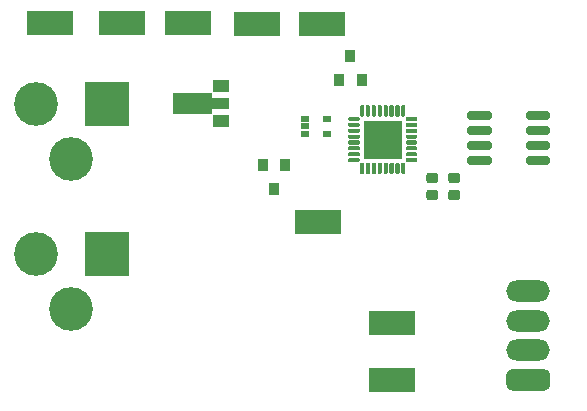
<source format=gbr>
%TF.GenerationSoftware,KiCad,Pcbnew,(5.1.6)-1*%
%TF.CreationDate,2020-10-06T09:22:04-05:00*%
%TF.ProjectId,desk_lamp,6465736b-5f6c-4616-9d70-2e6b69636164,rev?*%
%TF.SameCoordinates,Original*%
%TF.FileFunction,Soldermask,Top*%
%TF.FilePolarity,Negative*%
%FSLAX46Y46*%
G04 Gerber Fmt 4.6, Leading zero omitted, Abs format (unit mm)*
G04 Created by KiCad (PCBNEW (5.1.6)-1) date 2020-10-06 09:22:04*
%MOMM*%
%LPD*%
G01*
G04 APERTURE LIST*
%ADD10C,3.701600*%
%ADD11R,3.701600X3.701600*%
%ADD12O,3.701600X1.801600*%
%ADD13R,0.901600X1.001600*%
%ADD14R,3.901600X2.131600*%
%ADD15R,3.201600X3.201600*%
%ADD16R,0.751600X0.501600*%
%ADD17C,0.100000*%
%ADD18R,1.401600X1.001600*%
G04 APERTURE END LIST*
D10*
%TO.C,J2*%
X60754000Y-47626000D03*
X57754000Y-42926000D03*
D11*
X63754000Y-42926000D03*
%TD*%
D10*
%TO.C,J1*%
X60754000Y-34926000D03*
X57754000Y-30226000D03*
D11*
X63754000Y-30226000D03*
%TD*%
D12*
%TO.C,J3*%
X99448000Y-46126000D03*
X99448000Y-48626000D03*
X99448000Y-51126000D03*
G36*
G01*
X100848400Y-54526800D02*
X98047600Y-54526800D01*
G75*
G02*
X97597200Y-54076400I0J450400D01*
G01*
X97597200Y-53175600D01*
G75*
G02*
X98047600Y-52725200I450400J0D01*
G01*
X100848400Y-52725200D01*
G75*
G02*
X101298800Y-53175600I0J-450400D01*
G01*
X101298800Y-54076400D01*
G75*
G02*
X100848400Y-54526800I-450400J0D01*
G01*
G37*
%TD*%
%TO.C,U3*%
G36*
G01*
X91037600Y-37522200D02*
X91588400Y-37522200D01*
G75*
G02*
X91813800Y-37747600I0J-225400D01*
G01*
X91813800Y-38198400D01*
G75*
G02*
X91588400Y-38423800I-225400J0D01*
G01*
X91037600Y-38423800D01*
G75*
G02*
X90812200Y-38198400I0J225400D01*
G01*
X90812200Y-37747600D01*
G75*
G02*
X91037600Y-37522200I225400J0D01*
G01*
G37*
G36*
G01*
X91037600Y-36072200D02*
X91588400Y-36072200D01*
G75*
G02*
X91813800Y-36297600I0J-225400D01*
G01*
X91813800Y-36748400D01*
G75*
G02*
X91588400Y-36973800I-225400J0D01*
G01*
X91037600Y-36973800D01*
G75*
G02*
X90812200Y-36748400I0J225400D01*
G01*
X90812200Y-36297600D01*
G75*
G02*
X91037600Y-36072200I225400J0D01*
G01*
G37*
G36*
G01*
X92887600Y-37522200D02*
X93438400Y-37522200D01*
G75*
G02*
X93663800Y-37747600I0J-225400D01*
G01*
X93663800Y-38198400D01*
G75*
G02*
X93438400Y-38423800I-225400J0D01*
G01*
X92887600Y-38423800D01*
G75*
G02*
X92662200Y-38198400I0J225400D01*
G01*
X92662200Y-37747600D01*
G75*
G02*
X92887600Y-37522200I225400J0D01*
G01*
G37*
G36*
G01*
X92887600Y-36072200D02*
X93438400Y-36072200D01*
G75*
G02*
X93663800Y-36297600I0J-225400D01*
G01*
X93663800Y-36748400D01*
G75*
G02*
X93438400Y-36973800I-225400J0D01*
G01*
X92887600Y-36973800D01*
G75*
G02*
X92662200Y-36748400I0J225400D01*
G01*
X92662200Y-36297600D01*
G75*
G02*
X92887600Y-36072200I225400J0D01*
G01*
G37*
%TD*%
D13*
%TO.C,Q1*%
X77917000Y-37433000D03*
X76967000Y-35433000D03*
X78867000Y-35433000D03*
%TD*%
D14*
%TO.C,TP8*%
X81940400Y-23520400D03*
%TD*%
%TO.C,TP7*%
X76454000Y-23495000D03*
%TD*%
%TO.C,TP6*%
X70637400Y-23393400D03*
%TD*%
%TO.C,TP5*%
X81661000Y-40259000D03*
%TD*%
%TO.C,TP4*%
X87884000Y-48768000D03*
%TD*%
%TO.C,TP3*%
X87909400Y-53619400D03*
%TD*%
%TO.C,TP2*%
X58928000Y-23368000D03*
%TD*%
%TO.C,TP1*%
X65024000Y-23368000D03*
%TD*%
%TO.C,U5*%
G36*
G01*
X99239200Y-31417400D02*
X99239200Y-31066600D01*
G75*
G02*
X99414600Y-30891200I175400J0D01*
G01*
X101115400Y-30891200D01*
G75*
G02*
X101290800Y-31066600I0J-175400D01*
G01*
X101290800Y-31417400D01*
G75*
G02*
X101115400Y-31592800I-175400J0D01*
G01*
X99414600Y-31592800D01*
G75*
G02*
X99239200Y-31417400I0J175400D01*
G01*
G37*
G36*
G01*
X99239200Y-32687400D02*
X99239200Y-32336600D01*
G75*
G02*
X99414600Y-32161200I175400J0D01*
G01*
X101115400Y-32161200D01*
G75*
G02*
X101290800Y-32336600I0J-175400D01*
G01*
X101290800Y-32687400D01*
G75*
G02*
X101115400Y-32862800I-175400J0D01*
G01*
X99414600Y-32862800D01*
G75*
G02*
X99239200Y-32687400I0J175400D01*
G01*
G37*
G36*
G01*
X99239200Y-33957400D02*
X99239200Y-33606600D01*
G75*
G02*
X99414600Y-33431200I175400J0D01*
G01*
X101115400Y-33431200D01*
G75*
G02*
X101290800Y-33606600I0J-175400D01*
G01*
X101290800Y-33957400D01*
G75*
G02*
X101115400Y-34132800I-175400J0D01*
G01*
X99414600Y-34132800D01*
G75*
G02*
X99239200Y-33957400I0J175400D01*
G01*
G37*
G36*
G01*
X99239200Y-35227400D02*
X99239200Y-34876600D01*
G75*
G02*
X99414600Y-34701200I175400J0D01*
G01*
X101115400Y-34701200D01*
G75*
G02*
X101290800Y-34876600I0J-175400D01*
G01*
X101290800Y-35227400D01*
G75*
G02*
X101115400Y-35402800I-175400J0D01*
G01*
X99414600Y-35402800D01*
G75*
G02*
X99239200Y-35227400I0J175400D01*
G01*
G37*
G36*
G01*
X94289200Y-35227400D02*
X94289200Y-34876600D01*
G75*
G02*
X94464600Y-34701200I175400J0D01*
G01*
X96165400Y-34701200D01*
G75*
G02*
X96340800Y-34876600I0J-175400D01*
G01*
X96340800Y-35227400D01*
G75*
G02*
X96165400Y-35402800I-175400J0D01*
G01*
X94464600Y-35402800D01*
G75*
G02*
X94289200Y-35227400I0J175400D01*
G01*
G37*
G36*
G01*
X94289200Y-33957400D02*
X94289200Y-33606600D01*
G75*
G02*
X94464600Y-33431200I175400J0D01*
G01*
X96165400Y-33431200D01*
G75*
G02*
X96340800Y-33606600I0J-175400D01*
G01*
X96340800Y-33957400D01*
G75*
G02*
X96165400Y-34132800I-175400J0D01*
G01*
X94464600Y-34132800D01*
G75*
G02*
X94289200Y-33957400I0J175400D01*
G01*
G37*
G36*
G01*
X94289200Y-32687400D02*
X94289200Y-32336600D01*
G75*
G02*
X94464600Y-32161200I175400J0D01*
G01*
X96165400Y-32161200D01*
G75*
G02*
X96340800Y-32336600I0J-175400D01*
G01*
X96340800Y-32687400D01*
G75*
G02*
X96165400Y-32862800I-175400J0D01*
G01*
X94464600Y-32862800D01*
G75*
G02*
X94289200Y-32687400I0J175400D01*
G01*
G37*
G36*
G01*
X94289200Y-31417400D02*
X94289200Y-31066600D01*
G75*
G02*
X94464600Y-30891200I175400J0D01*
G01*
X96165400Y-30891200D01*
G75*
G02*
X96340800Y-31066600I0J-175400D01*
G01*
X96340800Y-31417400D01*
G75*
G02*
X96165400Y-31592800I-175400J0D01*
G01*
X94464600Y-31592800D01*
G75*
G02*
X94289200Y-31417400I0J175400D01*
G01*
G37*
%TD*%
D15*
%TO.C,U4*%
X87122000Y-33274000D03*
G36*
G01*
X85084900Y-35199800D02*
X84284100Y-35199800D01*
G75*
G02*
X84196200Y-35111900I0J87900D01*
G01*
X84196200Y-34936100D01*
G75*
G02*
X84284100Y-34848200I87900J0D01*
G01*
X85084900Y-34848200D01*
G75*
G02*
X85172800Y-34936100I0J-87900D01*
G01*
X85172800Y-35111900D01*
G75*
G02*
X85084900Y-35199800I-87900J0D01*
G01*
G37*
G36*
G01*
X85084900Y-34699800D02*
X84284100Y-34699800D01*
G75*
G02*
X84196200Y-34611900I0J87900D01*
G01*
X84196200Y-34436100D01*
G75*
G02*
X84284100Y-34348200I87900J0D01*
G01*
X85084900Y-34348200D01*
G75*
G02*
X85172800Y-34436100I0J-87900D01*
G01*
X85172800Y-34611900D01*
G75*
G02*
X85084900Y-34699800I-87900J0D01*
G01*
G37*
G36*
G01*
X85084900Y-34199800D02*
X84284100Y-34199800D01*
G75*
G02*
X84196200Y-34111900I0J87900D01*
G01*
X84196200Y-33936100D01*
G75*
G02*
X84284100Y-33848200I87900J0D01*
G01*
X85084900Y-33848200D01*
G75*
G02*
X85172800Y-33936100I0J-87900D01*
G01*
X85172800Y-34111900D01*
G75*
G02*
X85084900Y-34199800I-87900J0D01*
G01*
G37*
G36*
G01*
X85084900Y-33699800D02*
X84284100Y-33699800D01*
G75*
G02*
X84196200Y-33611900I0J87900D01*
G01*
X84196200Y-33436100D01*
G75*
G02*
X84284100Y-33348200I87900J0D01*
G01*
X85084900Y-33348200D01*
G75*
G02*
X85172800Y-33436100I0J-87900D01*
G01*
X85172800Y-33611900D01*
G75*
G02*
X85084900Y-33699800I-87900J0D01*
G01*
G37*
G36*
G01*
X85084900Y-33199800D02*
X84284100Y-33199800D01*
G75*
G02*
X84196200Y-33111900I0J87900D01*
G01*
X84196200Y-32936100D01*
G75*
G02*
X84284100Y-32848200I87900J0D01*
G01*
X85084900Y-32848200D01*
G75*
G02*
X85172800Y-32936100I0J-87900D01*
G01*
X85172800Y-33111900D01*
G75*
G02*
X85084900Y-33199800I-87900J0D01*
G01*
G37*
G36*
G01*
X85084900Y-32699800D02*
X84284100Y-32699800D01*
G75*
G02*
X84196200Y-32611900I0J87900D01*
G01*
X84196200Y-32436100D01*
G75*
G02*
X84284100Y-32348200I87900J0D01*
G01*
X85084900Y-32348200D01*
G75*
G02*
X85172800Y-32436100I0J-87900D01*
G01*
X85172800Y-32611900D01*
G75*
G02*
X85084900Y-32699800I-87900J0D01*
G01*
G37*
G36*
G01*
X85084900Y-32199800D02*
X84284100Y-32199800D01*
G75*
G02*
X84196200Y-32111900I0J87900D01*
G01*
X84196200Y-31936100D01*
G75*
G02*
X84284100Y-31848200I87900J0D01*
G01*
X85084900Y-31848200D01*
G75*
G02*
X85172800Y-31936100I0J-87900D01*
G01*
X85172800Y-32111900D01*
G75*
G02*
X85084900Y-32199800I-87900J0D01*
G01*
G37*
G36*
G01*
X85084900Y-31699800D02*
X84284100Y-31699800D01*
G75*
G02*
X84196200Y-31611900I0J87900D01*
G01*
X84196200Y-31436100D01*
G75*
G02*
X84284100Y-31348200I87900J0D01*
G01*
X85084900Y-31348200D01*
G75*
G02*
X85172800Y-31436100I0J-87900D01*
G01*
X85172800Y-31611900D01*
G75*
G02*
X85084900Y-31699800I-87900J0D01*
G01*
G37*
G36*
G01*
X85459900Y-31324800D02*
X85284100Y-31324800D01*
G75*
G02*
X85196200Y-31236900I0J87900D01*
G01*
X85196200Y-30436100D01*
G75*
G02*
X85284100Y-30348200I87900J0D01*
G01*
X85459900Y-30348200D01*
G75*
G02*
X85547800Y-30436100I0J-87900D01*
G01*
X85547800Y-31236900D01*
G75*
G02*
X85459900Y-31324800I-87900J0D01*
G01*
G37*
G36*
G01*
X85959900Y-31324800D02*
X85784100Y-31324800D01*
G75*
G02*
X85696200Y-31236900I0J87900D01*
G01*
X85696200Y-30436100D01*
G75*
G02*
X85784100Y-30348200I87900J0D01*
G01*
X85959900Y-30348200D01*
G75*
G02*
X86047800Y-30436100I0J-87900D01*
G01*
X86047800Y-31236900D01*
G75*
G02*
X85959900Y-31324800I-87900J0D01*
G01*
G37*
G36*
G01*
X86459900Y-31324800D02*
X86284100Y-31324800D01*
G75*
G02*
X86196200Y-31236900I0J87900D01*
G01*
X86196200Y-30436100D01*
G75*
G02*
X86284100Y-30348200I87900J0D01*
G01*
X86459900Y-30348200D01*
G75*
G02*
X86547800Y-30436100I0J-87900D01*
G01*
X86547800Y-31236900D01*
G75*
G02*
X86459900Y-31324800I-87900J0D01*
G01*
G37*
G36*
G01*
X86959900Y-31324800D02*
X86784100Y-31324800D01*
G75*
G02*
X86696200Y-31236900I0J87900D01*
G01*
X86696200Y-30436100D01*
G75*
G02*
X86784100Y-30348200I87900J0D01*
G01*
X86959900Y-30348200D01*
G75*
G02*
X87047800Y-30436100I0J-87900D01*
G01*
X87047800Y-31236900D01*
G75*
G02*
X86959900Y-31324800I-87900J0D01*
G01*
G37*
G36*
G01*
X87459900Y-31324800D02*
X87284100Y-31324800D01*
G75*
G02*
X87196200Y-31236900I0J87900D01*
G01*
X87196200Y-30436100D01*
G75*
G02*
X87284100Y-30348200I87900J0D01*
G01*
X87459900Y-30348200D01*
G75*
G02*
X87547800Y-30436100I0J-87900D01*
G01*
X87547800Y-31236900D01*
G75*
G02*
X87459900Y-31324800I-87900J0D01*
G01*
G37*
G36*
G01*
X87959900Y-31324800D02*
X87784100Y-31324800D01*
G75*
G02*
X87696200Y-31236900I0J87900D01*
G01*
X87696200Y-30436100D01*
G75*
G02*
X87784100Y-30348200I87900J0D01*
G01*
X87959900Y-30348200D01*
G75*
G02*
X88047800Y-30436100I0J-87900D01*
G01*
X88047800Y-31236900D01*
G75*
G02*
X87959900Y-31324800I-87900J0D01*
G01*
G37*
G36*
G01*
X88459900Y-31324800D02*
X88284100Y-31324800D01*
G75*
G02*
X88196200Y-31236900I0J87900D01*
G01*
X88196200Y-30436100D01*
G75*
G02*
X88284100Y-30348200I87900J0D01*
G01*
X88459900Y-30348200D01*
G75*
G02*
X88547800Y-30436100I0J-87900D01*
G01*
X88547800Y-31236900D01*
G75*
G02*
X88459900Y-31324800I-87900J0D01*
G01*
G37*
G36*
G01*
X88959900Y-31324800D02*
X88784100Y-31324800D01*
G75*
G02*
X88696200Y-31236900I0J87900D01*
G01*
X88696200Y-30436100D01*
G75*
G02*
X88784100Y-30348200I87900J0D01*
G01*
X88959900Y-30348200D01*
G75*
G02*
X89047800Y-30436100I0J-87900D01*
G01*
X89047800Y-31236900D01*
G75*
G02*
X88959900Y-31324800I-87900J0D01*
G01*
G37*
G36*
G01*
X89959900Y-31699800D02*
X89159100Y-31699800D01*
G75*
G02*
X89071200Y-31611900I0J87900D01*
G01*
X89071200Y-31436100D01*
G75*
G02*
X89159100Y-31348200I87900J0D01*
G01*
X89959900Y-31348200D01*
G75*
G02*
X90047800Y-31436100I0J-87900D01*
G01*
X90047800Y-31611900D01*
G75*
G02*
X89959900Y-31699800I-87900J0D01*
G01*
G37*
G36*
G01*
X89959900Y-32199800D02*
X89159100Y-32199800D01*
G75*
G02*
X89071200Y-32111900I0J87900D01*
G01*
X89071200Y-31936100D01*
G75*
G02*
X89159100Y-31848200I87900J0D01*
G01*
X89959900Y-31848200D01*
G75*
G02*
X90047800Y-31936100I0J-87900D01*
G01*
X90047800Y-32111900D01*
G75*
G02*
X89959900Y-32199800I-87900J0D01*
G01*
G37*
G36*
G01*
X89959900Y-32699800D02*
X89159100Y-32699800D01*
G75*
G02*
X89071200Y-32611900I0J87900D01*
G01*
X89071200Y-32436100D01*
G75*
G02*
X89159100Y-32348200I87900J0D01*
G01*
X89959900Y-32348200D01*
G75*
G02*
X90047800Y-32436100I0J-87900D01*
G01*
X90047800Y-32611900D01*
G75*
G02*
X89959900Y-32699800I-87900J0D01*
G01*
G37*
G36*
G01*
X89959900Y-33199800D02*
X89159100Y-33199800D01*
G75*
G02*
X89071200Y-33111900I0J87900D01*
G01*
X89071200Y-32936100D01*
G75*
G02*
X89159100Y-32848200I87900J0D01*
G01*
X89959900Y-32848200D01*
G75*
G02*
X90047800Y-32936100I0J-87900D01*
G01*
X90047800Y-33111900D01*
G75*
G02*
X89959900Y-33199800I-87900J0D01*
G01*
G37*
G36*
G01*
X89959900Y-33699800D02*
X89159100Y-33699800D01*
G75*
G02*
X89071200Y-33611900I0J87900D01*
G01*
X89071200Y-33436100D01*
G75*
G02*
X89159100Y-33348200I87900J0D01*
G01*
X89959900Y-33348200D01*
G75*
G02*
X90047800Y-33436100I0J-87900D01*
G01*
X90047800Y-33611900D01*
G75*
G02*
X89959900Y-33699800I-87900J0D01*
G01*
G37*
G36*
G01*
X89959900Y-34199800D02*
X89159100Y-34199800D01*
G75*
G02*
X89071200Y-34111900I0J87900D01*
G01*
X89071200Y-33936100D01*
G75*
G02*
X89159100Y-33848200I87900J0D01*
G01*
X89959900Y-33848200D01*
G75*
G02*
X90047800Y-33936100I0J-87900D01*
G01*
X90047800Y-34111900D01*
G75*
G02*
X89959900Y-34199800I-87900J0D01*
G01*
G37*
G36*
G01*
X89959900Y-34699800D02*
X89159100Y-34699800D01*
G75*
G02*
X89071200Y-34611900I0J87900D01*
G01*
X89071200Y-34436100D01*
G75*
G02*
X89159100Y-34348200I87900J0D01*
G01*
X89959900Y-34348200D01*
G75*
G02*
X90047800Y-34436100I0J-87900D01*
G01*
X90047800Y-34611900D01*
G75*
G02*
X89959900Y-34699800I-87900J0D01*
G01*
G37*
G36*
G01*
X89959900Y-35199800D02*
X89159100Y-35199800D01*
G75*
G02*
X89071200Y-35111900I0J87900D01*
G01*
X89071200Y-34936100D01*
G75*
G02*
X89159100Y-34848200I87900J0D01*
G01*
X89959900Y-34848200D01*
G75*
G02*
X90047800Y-34936100I0J-87900D01*
G01*
X90047800Y-35111900D01*
G75*
G02*
X89959900Y-35199800I-87900J0D01*
G01*
G37*
G36*
G01*
X88959900Y-36199800D02*
X88784100Y-36199800D01*
G75*
G02*
X88696200Y-36111900I0J87900D01*
G01*
X88696200Y-35311100D01*
G75*
G02*
X88784100Y-35223200I87900J0D01*
G01*
X88959900Y-35223200D01*
G75*
G02*
X89047800Y-35311100I0J-87900D01*
G01*
X89047800Y-36111900D01*
G75*
G02*
X88959900Y-36199800I-87900J0D01*
G01*
G37*
G36*
G01*
X88459900Y-36199800D02*
X88284100Y-36199800D01*
G75*
G02*
X88196200Y-36111900I0J87900D01*
G01*
X88196200Y-35311100D01*
G75*
G02*
X88284100Y-35223200I87900J0D01*
G01*
X88459900Y-35223200D01*
G75*
G02*
X88547800Y-35311100I0J-87900D01*
G01*
X88547800Y-36111900D01*
G75*
G02*
X88459900Y-36199800I-87900J0D01*
G01*
G37*
G36*
G01*
X87959900Y-36199800D02*
X87784100Y-36199800D01*
G75*
G02*
X87696200Y-36111900I0J87900D01*
G01*
X87696200Y-35311100D01*
G75*
G02*
X87784100Y-35223200I87900J0D01*
G01*
X87959900Y-35223200D01*
G75*
G02*
X88047800Y-35311100I0J-87900D01*
G01*
X88047800Y-36111900D01*
G75*
G02*
X87959900Y-36199800I-87900J0D01*
G01*
G37*
G36*
G01*
X87459900Y-36199800D02*
X87284100Y-36199800D01*
G75*
G02*
X87196200Y-36111900I0J87900D01*
G01*
X87196200Y-35311100D01*
G75*
G02*
X87284100Y-35223200I87900J0D01*
G01*
X87459900Y-35223200D01*
G75*
G02*
X87547800Y-35311100I0J-87900D01*
G01*
X87547800Y-36111900D01*
G75*
G02*
X87459900Y-36199800I-87900J0D01*
G01*
G37*
G36*
G01*
X86959900Y-36199800D02*
X86784100Y-36199800D01*
G75*
G02*
X86696200Y-36111900I0J87900D01*
G01*
X86696200Y-35311100D01*
G75*
G02*
X86784100Y-35223200I87900J0D01*
G01*
X86959900Y-35223200D01*
G75*
G02*
X87047800Y-35311100I0J-87900D01*
G01*
X87047800Y-36111900D01*
G75*
G02*
X86959900Y-36199800I-87900J0D01*
G01*
G37*
G36*
G01*
X86459900Y-36199800D02*
X86284100Y-36199800D01*
G75*
G02*
X86196200Y-36111900I0J87900D01*
G01*
X86196200Y-35311100D01*
G75*
G02*
X86284100Y-35223200I87900J0D01*
G01*
X86459900Y-35223200D01*
G75*
G02*
X86547800Y-35311100I0J-87900D01*
G01*
X86547800Y-36111900D01*
G75*
G02*
X86459900Y-36199800I-87900J0D01*
G01*
G37*
G36*
G01*
X85959900Y-36199800D02*
X85784100Y-36199800D01*
G75*
G02*
X85696200Y-36111900I0J87900D01*
G01*
X85696200Y-35311100D01*
G75*
G02*
X85784100Y-35223200I87900J0D01*
G01*
X85959900Y-35223200D01*
G75*
G02*
X86047800Y-35311100I0J-87900D01*
G01*
X86047800Y-36111900D01*
G75*
G02*
X85959900Y-36199800I-87900J0D01*
G01*
G37*
G36*
G01*
X85459900Y-36199800D02*
X85284100Y-36199800D01*
G75*
G02*
X85196200Y-36111900I0J87900D01*
G01*
X85196200Y-35311100D01*
G75*
G02*
X85284100Y-35223200I87900J0D01*
G01*
X85459900Y-35223200D01*
G75*
G02*
X85547800Y-35311100I0J-87900D01*
G01*
X85547800Y-36111900D01*
G75*
G02*
X85459900Y-36199800I-87900J0D01*
G01*
G37*
%TD*%
D16*
%TO.C,U2*%
X82423000Y-31496000D03*
X82423000Y-32796000D03*
X80523000Y-32146000D03*
X80523000Y-32796000D03*
X80523000Y-31496000D03*
%TD*%
D17*
%TO.C,U1*%
G36*
X69445089Y-31142324D02*
G01*
X69435560Y-31139433D01*
X69426777Y-31134739D01*
X69419079Y-31128421D01*
X69412761Y-31120723D01*
X69408067Y-31111940D01*
X69405176Y-31102411D01*
X69404200Y-31092500D01*
X69404200Y-29359500D01*
X69405176Y-29349589D01*
X69408067Y-29340060D01*
X69412761Y-29331277D01*
X69419079Y-29323579D01*
X69426777Y-29317261D01*
X69435560Y-29312567D01*
X69445089Y-29309676D01*
X69455000Y-29308700D01*
X72580000Y-29308700D01*
X72589911Y-29309676D01*
X72599440Y-29312567D01*
X72608223Y-29317261D01*
X72615921Y-29323579D01*
X72622239Y-29331277D01*
X72626933Y-29340060D01*
X72629824Y-29349589D01*
X72630800Y-29359500D01*
X72630800Y-29725200D01*
X74055000Y-29725200D01*
X74064911Y-29726176D01*
X74074440Y-29729067D01*
X74083223Y-29733761D01*
X74090921Y-29740079D01*
X74097239Y-29747777D01*
X74101933Y-29756560D01*
X74104824Y-29766089D01*
X74105800Y-29776000D01*
X74105800Y-30676000D01*
X74104824Y-30685911D01*
X74101933Y-30695440D01*
X74097239Y-30704223D01*
X74090921Y-30711921D01*
X74083223Y-30718239D01*
X74074440Y-30722933D01*
X74064911Y-30725824D01*
X74055000Y-30726800D01*
X72630800Y-30726800D01*
X72630800Y-31092500D01*
X72629824Y-31102411D01*
X72626933Y-31111940D01*
X72622239Y-31120723D01*
X72615921Y-31128421D01*
X72608223Y-31134739D01*
X72599440Y-31139433D01*
X72589911Y-31142324D01*
X72580000Y-31143300D01*
X69455000Y-31143300D01*
X69445089Y-31142324D01*
G37*
D18*
X73405000Y-28726000D03*
X73405000Y-31726000D03*
%TD*%
D13*
%TO.C,D1*%
X84394000Y-26194000D03*
X85344000Y-28194000D03*
X83444000Y-28194000D03*
%TD*%
M02*

</source>
